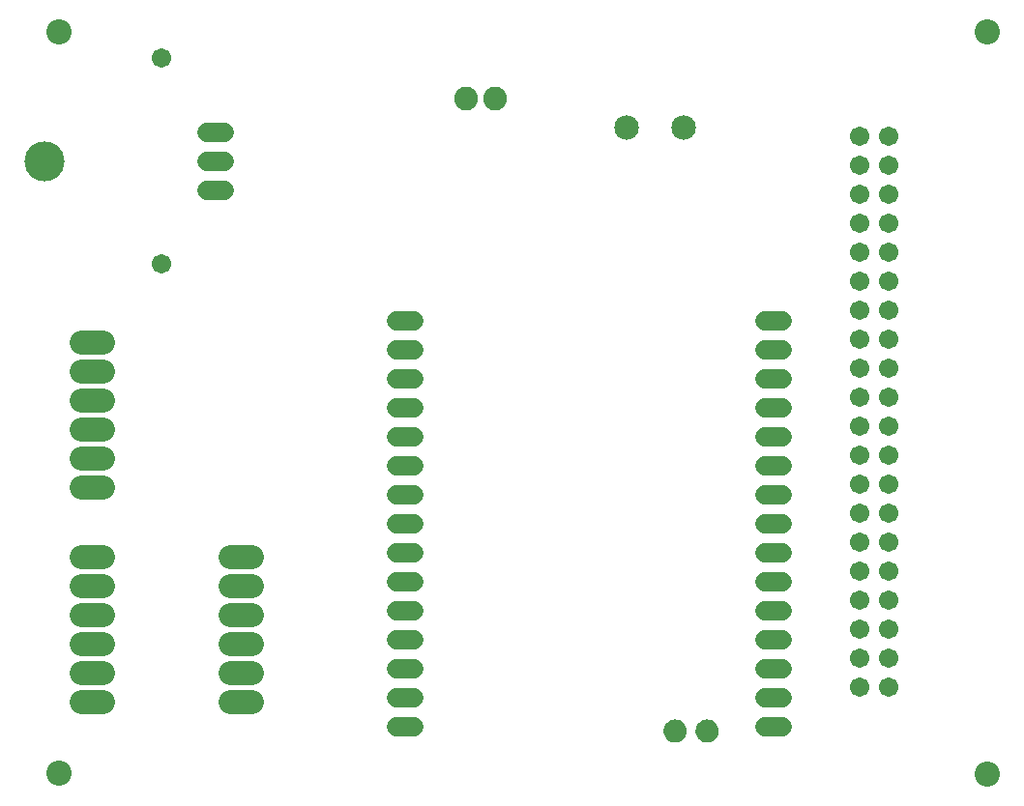
<source format=gbr>
G04 EAGLE Gerber RS-274X export*
G75*
%MOMM*%
%FSLAX34Y34*%
%LPD*%
%INSoldermask Bottom*%
%IPPOS*%
%AMOC8*
5,1,8,0,0,1.08239X$1,22.5*%
G01*
%ADD10C,1.703200*%
%ADD11C,2.203200*%
%ADD12C,1.727200*%
%ADD13C,3.505200*%
%ADD14C,2.082800*%
%ADD15C,2.153200*%
%ADD16C,1.711200*%
%ADD17C,2.082800*%

G36*
X565640Y45679D02*
X565640Y45679D01*
X565683Y45691D01*
X565749Y45700D01*
X567366Y46154D01*
X567407Y46173D01*
X567435Y46182D01*
X567445Y46184D01*
X567449Y46186D01*
X567470Y46193D01*
X568984Y46921D01*
X569020Y46947D01*
X569079Y46977D01*
X570444Y47958D01*
X570475Y47990D01*
X570528Y48030D01*
X571702Y49232D01*
X571727Y49269D01*
X571772Y49317D01*
X572719Y50705D01*
X572737Y50746D01*
X572773Y50802D01*
X573465Y52333D01*
X573476Y52376D01*
X573502Y52437D01*
X573917Y54066D01*
X573920Y54110D01*
X573935Y54175D01*
X574061Y55850D01*
X574057Y55897D01*
X574059Y55969D01*
X573854Y57805D01*
X573840Y57851D01*
X573828Y57926D01*
X573268Y59687D01*
X573245Y59729D01*
X573219Y59801D01*
X572326Y61418D01*
X572296Y61456D01*
X572256Y61521D01*
X571065Y62933D01*
X571028Y62964D01*
X570976Y63020D01*
X569532Y64173D01*
X569490Y64196D01*
X569428Y64240D01*
X567787Y65089D01*
X567741Y65104D01*
X567672Y65135D01*
X565897Y65648D01*
X565849Y65653D01*
X565774Y65671D01*
X563934Y65827D01*
X563890Y65823D01*
X563825Y65827D01*
X561994Y65667D01*
X561948Y65654D01*
X561872Y65644D01*
X560108Y65130D01*
X560064Y65109D01*
X559992Y65084D01*
X558362Y64235D01*
X558324Y64206D01*
X558258Y64167D01*
X556825Y63017D01*
X556793Y62981D01*
X556736Y62930D01*
X555555Y61522D01*
X555531Y61481D01*
X555485Y61420D01*
X555275Y61038D01*
X554601Y59808D01*
X554586Y59763D01*
X554552Y59694D01*
X554000Y57941D01*
X553994Y57894D01*
X553974Y57820D01*
X553775Y55993D01*
X553778Y55947D01*
X553772Y55878D01*
X553895Y54202D01*
X553906Y54159D01*
X553912Y54093D01*
X554324Y52463D01*
X554342Y52423D01*
X554360Y52359D01*
X555048Y50826D01*
X555073Y50789D01*
X555102Y50729D01*
X556046Y49339D01*
X556077Y49307D01*
X556115Y49253D01*
X557286Y48047D01*
X557323Y48021D01*
X557370Y47975D01*
X558732Y46991D01*
X558773Y46972D01*
X558827Y46935D01*
X560340Y46202D01*
X560383Y46190D01*
X560394Y46185D01*
X560421Y46172D01*
X560426Y46171D01*
X560443Y46163D01*
X562060Y45705D01*
X562105Y45700D01*
X562169Y45684D01*
X563841Y45513D01*
X563889Y45517D01*
X563968Y45513D01*
X565640Y45679D01*
G37*
G36*
X593631Y45679D02*
X593631Y45679D01*
X593674Y45691D01*
X593740Y45700D01*
X595357Y46154D01*
X595398Y46173D01*
X595426Y46182D01*
X595436Y46184D01*
X595440Y46186D01*
X595461Y46193D01*
X596975Y46921D01*
X597011Y46947D01*
X597070Y46977D01*
X598435Y47958D01*
X598466Y47990D01*
X598519Y48030D01*
X599693Y49232D01*
X599718Y49269D01*
X599763Y49317D01*
X600710Y50705D01*
X600728Y50746D01*
X600764Y50802D01*
X601456Y52333D01*
X601467Y52376D01*
X601493Y52437D01*
X601908Y54066D01*
X601911Y54110D01*
X601926Y54175D01*
X602052Y55850D01*
X602048Y55897D01*
X602050Y55969D01*
X601845Y57805D01*
X601831Y57851D01*
X601819Y57926D01*
X601259Y59687D01*
X601236Y59729D01*
X601210Y59801D01*
X600317Y61418D01*
X600287Y61456D01*
X600247Y61521D01*
X599056Y62933D01*
X599019Y62964D01*
X598967Y63020D01*
X597523Y64173D01*
X597481Y64196D01*
X597419Y64240D01*
X595778Y65089D01*
X595732Y65104D01*
X595663Y65135D01*
X593888Y65648D01*
X593840Y65653D01*
X593765Y65671D01*
X591925Y65827D01*
X591881Y65823D01*
X591816Y65827D01*
X589985Y65667D01*
X589939Y65654D01*
X589863Y65644D01*
X588099Y65130D01*
X588055Y65109D01*
X587983Y65084D01*
X586353Y64235D01*
X586315Y64206D01*
X586249Y64167D01*
X584816Y63017D01*
X584784Y62981D01*
X584727Y62930D01*
X583546Y61522D01*
X583522Y61481D01*
X583476Y61420D01*
X583266Y61038D01*
X582592Y59808D01*
X582577Y59763D01*
X582543Y59694D01*
X581991Y57941D01*
X581985Y57894D01*
X581965Y57820D01*
X581766Y55993D01*
X581769Y55947D01*
X581763Y55878D01*
X581886Y54202D01*
X581897Y54159D01*
X581903Y54093D01*
X582315Y52463D01*
X582333Y52423D01*
X582351Y52359D01*
X583039Y50826D01*
X583064Y50789D01*
X583093Y50729D01*
X584037Y49339D01*
X584068Y49307D01*
X584106Y49253D01*
X585277Y48047D01*
X585314Y48021D01*
X585361Y47975D01*
X586723Y46991D01*
X586764Y46972D01*
X586818Y46935D01*
X588331Y46202D01*
X588374Y46190D01*
X588385Y46185D01*
X588412Y46172D01*
X588417Y46171D01*
X588434Y46163D01*
X590051Y45705D01*
X590096Y45700D01*
X590160Y45684D01*
X591832Y45513D01*
X591880Y45517D01*
X591959Y45513D01*
X593631Y45679D01*
G37*
D10*
X114200Y644900D03*
X114200Y464900D03*
D11*
X836930Y668020D03*
X24130Y668020D03*
X24130Y19050D03*
X836930Y17780D03*
D12*
X169120Y529500D02*
X153880Y529500D01*
X153880Y554900D02*
X169120Y554900D01*
X169120Y580300D02*
X153880Y580300D01*
D13*
X11640Y554900D03*
D12*
X642780Y414600D02*
X658020Y414600D01*
X658020Y389200D02*
X642780Y389200D01*
X642780Y363800D02*
X658020Y363800D01*
X658020Y338400D02*
X642780Y338400D01*
X642780Y313000D02*
X658020Y313000D01*
X658020Y287600D02*
X642780Y287600D01*
X642780Y262200D02*
X658020Y262200D01*
X658020Y236800D02*
X642780Y236800D01*
X642780Y211400D02*
X658020Y211400D01*
X658020Y186000D02*
X642780Y186000D01*
X642780Y160600D02*
X658020Y160600D01*
X658020Y135200D02*
X642780Y135200D01*
X642780Y109800D02*
X658020Y109800D01*
X658020Y84400D02*
X642780Y84400D01*
X642780Y59000D02*
X658020Y59000D01*
X335420Y414600D02*
X320180Y414600D01*
X320180Y389200D02*
X335420Y389200D01*
X335420Y363800D02*
X320180Y363800D01*
X320180Y338400D02*
X335420Y338400D01*
X335420Y313000D02*
X320180Y313000D01*
X320180Y287600D02*
X335420Y287600D01*
X335420Y262200D02*
X320180Y262200D01*
X320180Y236800D02*
X335420Y236800D01*
X335420Y211400D02*
X320180Y211400D01*
X320180Y186000D02*
X335420Y186000D01*
X335420Y160600D02*
X320180Y160600D01*
X320180Y135200D02*
X335420Y135200D01*
X335420Y109800D02*
X320180Y109800D01*
X320180Y84400D02*
X335420Y84400D01*
X335420Y59000D02*
X320180Y59000D01*
D14*
X192798Y81700D02*
X174002Y81700D01*
X174002Y107100D02*
X192798Y107100D01*
X192798Y132500D02*
X174002Y132500D01*
X174002Y157900D02*
X192798Y157900D01*
X192798Y183300D02*
X174002Y183300D01*
X174002Y208700D02*
X192798Y208700D01*
X62798Y81700D02*
X44002Y81700D01*
X44002Y107100D02*
X62798Y107100D01*
X62798Y132500D02*
X44002Y132500D01*
X44002Y157900D02*
X62798Y157900D01*
X62798Y183300D02*
X44002Y183300D01*
X44002Y208700D02*
X62798Y208700D01*
D15*
X571500Y584200D03*
X521500Y584200D03*
D16*
X725170Y576580D03*
X750570Y576580D03*
X725170Y551180D03*
X750570Y551180D03*
X725170Y525780D03*
X750570Y525780D03*
X725170Y500380D03*
X750570Y500380D03*
X725170Y474980D03*
X750570Y474980D03*
X725170Y449580D03*
X750570Y449580D03*
X725170Y424180D03*
X750570Y424180D03*
X725170Y398780D03*
X750570Y398780D03*
X725170Y373380D03*
X750570Y373380D03*
X725170Y347980D03*
X750570Y347980D03*
X725170Y322580D03*
X750570Y322580D03*
X725170Y297180D03*
X750570Y297180D03*
X725170Y271780D03*
X750570Y271780D03*
X725170Y246380D03*
X750570Y246380D03*
X725170Y220980D03*
X750570Y220980D03*
X725170Y195580D03*
X750570Y195580D03*
X725170Y170180D03*
X750570Y170180D03*
X725170Y144780D03*
X750570Y144780D03*
X725170Y119380D03*
X750570Y119380D03*
X725170Y93980D03*
X750570Y93980D03*
D14*
X62738Y396240D02*
X43942Y396240D01*
X43942Y370840D02*
X62738Y370840D01*
X62738Y345440D02*
X43942Y345440D01*
X43942Y320040D02*
X62738Y320040D01*
X62738Y294640D02*
X43942Y294640D01*
X43942Y269240D02*
X62738Y269240D01*
D17*
X381000Y609600D03*
X406400Y609600D03*
M02*

</source>
